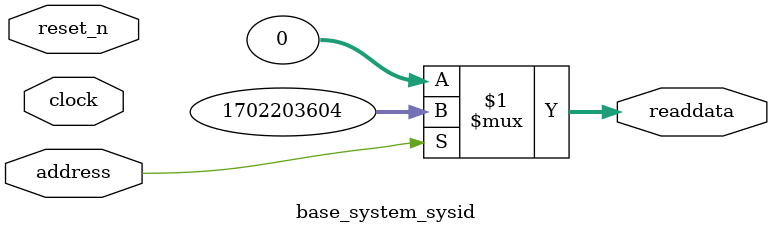
<source format=v>



// synthesis translate_off
`timescale 1ns / 1ps
// synthesis translate_on

// turn off superfluous verilog processor warnings 
// altera message_level Level1 
// altera message_off 10034 10035 10036 10037 10230 10240 10030 

module base_system_sysid (
               // inputs:
                address,
                clock,
                reset_n,

               // outputs:
                readdata
             )
;

  output  [ 31: 0] readdata;
  input            address;
  input            clock;
  input            reset_n;

  wire    [ 31: 0] readdata;
  //control_slave, which is an e_avalon_slave
  assign readdata = address ? 1702203604 : 0;

endmodule



</source>
